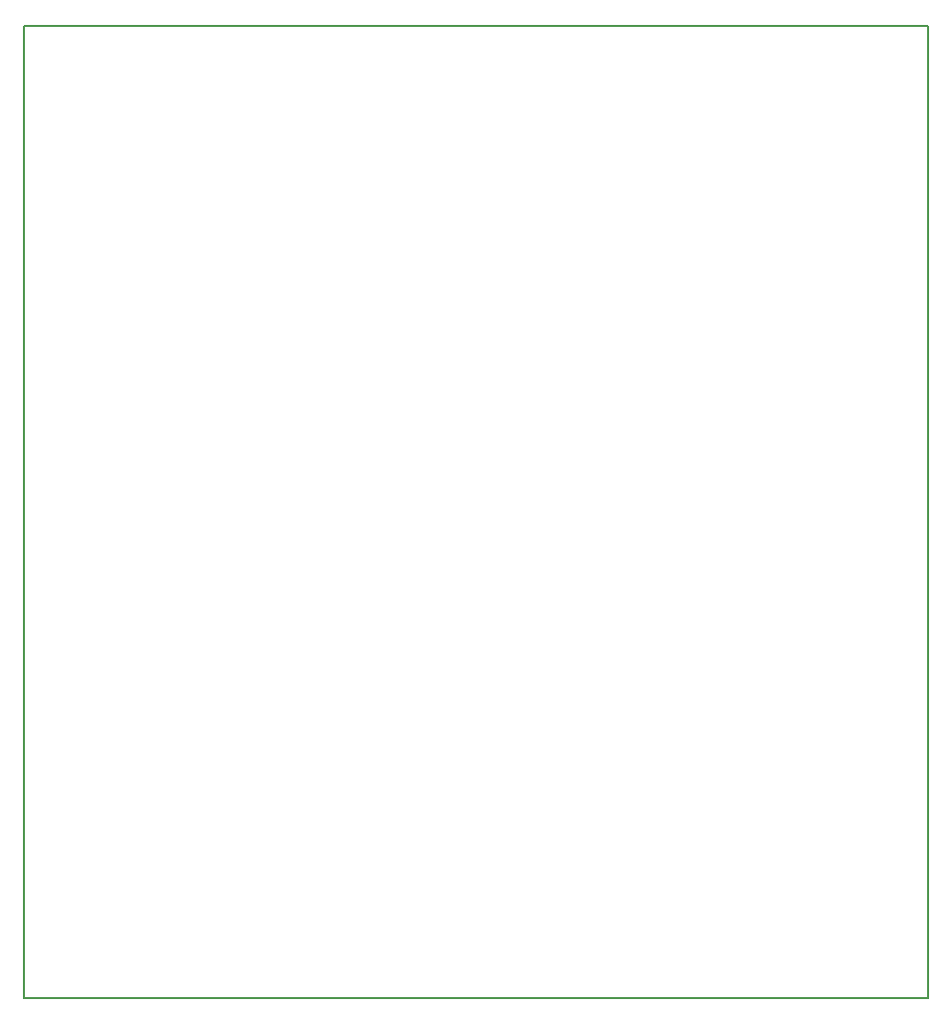
<source format=gm1>
%TF.GenerationSoftware,KiCad,Pcbnew,(5.99.0-11164-g062c4fda62)*%
%TF.CreationDate,2021-09-01T15:58:56+05:30*%
%TF.ProjectId,rpi-cm4-base-carrier,7270692d-636d-4342-9d62-6173652d6361,v01*%
%TF.SameCoordinates,Original*%
%TF.FileFunction,Profile,NP*%
%FSLAX46Y46*%
G04 Gerber Fmt 4.6, Leading zero omitted, Abs format (unit mm)*
G04 Created by KiCad (PCBNEW (5.99.0-11164-g062c4fda62)) date 2021-09-01 15:58:56*
%MOMM*%
%LPD*%
G01*
G04 APERTURE LIST*
%TA.AperFunction,Profile*%
%ADD10C,0.200000*%
%TD*%
G04 APERTURE END LIST*
D10*
X110620000Y-45100000D02*
X187300000Y-45100000D01*
X187300000Y-45100000D02*
X187300000Y-127620000D01*
X187300000Y-127620000D02*
X110620000Y-127620000D01*
X110620000Y-127620000D02*
X110620000Y-45100000D01*
M02*

</source>
